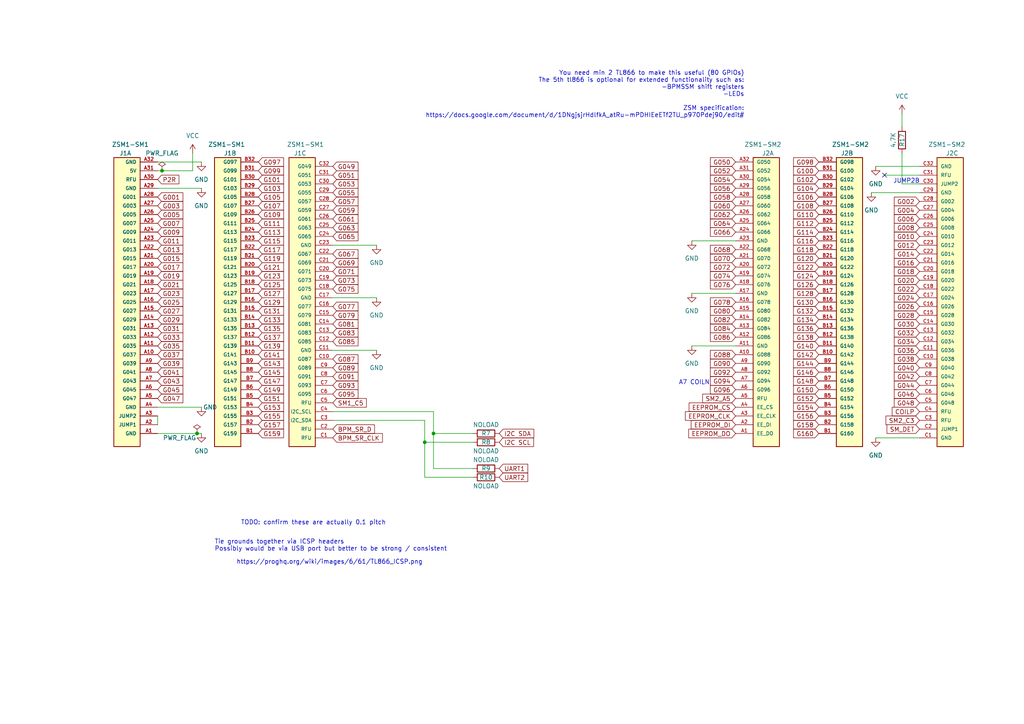
<source format=kicad_sch>
(kicad_sch (version 20211123) (generator eeschema)
  (paper "A4")
  (junction (at 83.82 292.1))
  (junction (at 121.92 240.03))
  (junction (at 120.65 312.42))
  (junction (at 231.14 267.97))
  (junction (at 113.03 242.57))
  (junction (at 46.99 49.53))
  (junction (at 149.86 229.87))
  (junction (at 123.19 128.27))
  (junction (at 220.98 229.87))
  (junction (at 124.46 312.42))
  (junction (at 91.44 304.8))
  (junction (at 125.73 125.73))
  (junction (at 57.15 125.73))
  (no_connect (at 215.9 252.73))
  (no_connect (at -71.12 106.68))
  (no_connect (at -71.12 109.22))
  (no_connect (at -71.12 114.3))
  (no_connect (at -71.12 116.84))
  (no_connect (at -71.12 119.38))
  (no_connect (at -68.58 62.23))
  (no_connect (at -68.58 49.53))
  (no_connect (at -68.58 52.07))
  (no_connect (at -68.58 57.15))
  (no_connect (at -68.58 59.69))
  (no_connect (at 369.57 57.15))
  (no_connect (at 369.57 59.69))
  (no_connect (at 369.57 64.77))
  (no_connect (at 369.57 69.85))
  (no_connect (at 369.57 67.31))
  (no_connect (at 195.58 280.67))
  (no_connect (at 215.9 240.03))
  (no_connect (at 215.9 237.49))
  (no_connect (at 215.9 242.57))
  (no_connect (at 215.9 227.33))
  (no_connect (at 372.11 129.54))
  (no_connect (at 372.11 132.08))
  (no_connect (at 372.11 127))
  (no_connect (at 372.11 121.92))
  (no_connect (at 372.11 119.38))
  (no_connect (at 198.12 280.67))
  (no_connect (at 200.66 280.67))
  (no_connect (at 215.9 247.65))
  (no_connect (at 256.54 50.8))
  (no_connect (at 215.9 234.95))
  (wire (pts (xy 45.72 120.65) (xy 45.72 123.19)))
  (wire (pts (xy 113.03 304.8) (xy 113.03 307.34)))
  (wire (pts (xy 137.16 125.73) (xy 125.73 125.73)))
  (wire (pts (xy 113.03 233.68) (xy 113.03 242.57)))
  (wire (pts (xy -71.12 111.76) (xy -64.77 111.76)))
  (wire (pts (xy 125.73 135.89) (xy 125.73 125.73)))
  (wire (pts (xy 213.36 85.09) (xy 200.66 85.09)))
  (wire (pts (xy 124.46 312.42) (xy 128.27 312.42)))
  (wire (pts (xy 83.82 289.56) (xy 83.82 292.1)))
  (wire (pts (xy 110.49 240.03) (xy 121.92 240.03)))
  (wire (pts (xy 96.52 86.36) (xy 109.22 86.36)))
  (wire (pts (xy 256.54 50.8) (xy 266.7 50.8)))
  (wire (pts (xy 215.9 260.35) (xy 220.98 260.35)))
  (wire (pts (xy 123.19 128.27) (xy 123.19 121.92)))
  (wire (pts (xy 96.52 71.12) (xy 109.22 71.12)))
  (wire (pts (xy 215.9 267.97) (xy 231.14 267.97)))
  (wire (pts (xy 124.46 312.42) (xy 124.46 314.96)))
  (wire (pts (xy 26.67 287.02) (xy 26.67 290.83)))
  (wire (pts (xy 254 127) (xy 266.7 127)))
  (wire (pts (xy 120.65 312.42) (xy 124.46 312.42)))
  (wire (pts (xy 46.99 49.53) (xy 55.88 49.53)))
  (wire (pts (xy 137.16 128.27) (xy 123.19 128.27)))
  (wire (pts (xy 91.44 292.1) (xy 91.44 293.37)))
  (wire (pts (xy 123.19 138.43) (xy 123.19 128.27)))
  (wire (pts (xy 215.9 229.87) (xy 220.98 229.87)))
  (wire (pts (xy 110.49 242.57) (xy 113.03 242.57)))
  (wire (pts (xy 83.82 292.1) (xy 83.82 299.72)))
  (wire (pts (xy 252.73 55.88) (xy 266.7 55.88)))
  (wire (pts (xy 137.16 138.43) (xy 123.19 138.43)))
  (wire (pts (xy 149.86 229.87) (xy 180.34 229.87)))
  (wire (pts (xy 96.52 101.6) (xy 109.22 101.6)))
  (wire (pts (xy 58.42 46.99) (xy 45.72 46.99)))
  (wire (pts (xy 120.65 300.99) (xy 99.06 300.99)))
  (wire (pts (xy 213.36 100.33) (xy 200.66 100.33)))
  (wire (pts (xy 96.52 119.38) (xy 125.73 119.38)))
  (wire (pts (xy 220.98 232.41) (xy 220.98 229.87)))
  (wire (pts (xy 57.15 125.73) (xy 45.72 125.73)))
  (wire (pts (xy 149.86 237.49) (xy 149.86 243.84)))
  (wire (pts (xy 213.36 69.85) (xy 200.66 69.85)))
  (wire (pts (xy 91.44 304.8) (xy 91.44 307.34)))
  (wire (pts (xy 121.92 240.03) (xy 180.34 240.03)))
  (wire (pts (xy 369.57 62.23) (xy 375.92 62.23)))
  (wire (pts (xy 99.06 300.99) (xy 99.06 312.42)))
  (wire (pts (xy 45.72 49.53) (xy 46.99 49.53)))
  (wire (pts (xy 83.82 309.88) (xy 77.47 309.88)))
  (wire (pts (xy 125.73 119.38) (xy 125.73 125.73)))
  (wire (pts (xy 261.62 53.34) (xy 261.62 44.45)))
  (wire (pts (xy 91.44 292.1) (xy 83.82 292.1)))
  (wire (pts (xy 254 48.26) (xy 266.7 48.26)))
  (wire (pts (xy 91.44 300.99) (xy 91.44 304.8)))
  (wire (pts (xy 261.62 33.02) (xy 261.62 36.83)))
  (wire (pts (xy 220.98 223.52) (xy 220.98 229.87)))
  (wire (pts (xy 113.03 242.57) (xy 180.34 242.57)))
  (wire (pts (xy 58.42 54.61) (xy 45.72 54.61)))
  (wire (pts (xy 215.9 250.19) (xy 220.98 250.19)))
  (wire (pts (xy 137.16 135.89) (xy 125.73 135.89)))
  (wire (pts (xy 83.82 284.48) (xy 83.82 287.02)))
  (wire (pts (xy 147.32 229.87) (xy 149.86 229.87)))
  (wire (pts (xy 121.92 233.68) (xy 121.92 240.03)))
  (wire (pts (xy 58.42 125.73) (xy 57.15 125.73)))
  (wire (pts (xy -68.58 54.61) (xy -62.23 54.61)))
  (wire (pts (xy 266.7 53.34) (xy 261.62 53.34)))
  (wire (pts (xy 215.9 255.27) (xy 220.98 255.27)))
  (wire (pts (xy 55.88 44.45) (xy 55.88 49.53)))
  (wire (pts (xy 215.9 262.89) (xy 220.98 262.89)))
  (wire (pts (xy 58.42 118.11) (xy 45.72 118.11)))
  (wire (pts (xy 123.19 121.92) (xy 96.52 121.92)))
  (wire (pts (xy 372.11 124.46) (xy 378.46 124.46)))
  (wire (pts (xy 120.65 312.42) (xy 120.65 300.99)))
  (wire (pts (xy 231.14 267.97) (xy 234.95 267.97)))
  (text "Following pins were connected on SM48D:\n-SM2.A12 (G033): G015\n-SM2.A10 (G037): G019\n-SM2.A09 (G039): G023\n-SM2.A08 (G041): G027\n\nProvide a way to test connections\nAdd a few extra in case more are used\nthat I don't know about" (at 273.05 241.3 0) (effects (font (size 1.27 1.27)) (justify left bottom)))
  (text "RFU: UART" (at 160.02 269.24 0) (effects (font (size 1.27 1.27)) (justify left bottom)))
  (text "3.3V to 5V level translation" (at 72.39 325.12 0) (effects (font (size 1.27 1.27)) (justify left bottom)))
  (text "Considered TL866 for misc GPIO,\nbut use RP2040 since easier to get and\nconsistent with zscn" (at 184.15 215.9 0) (effects (font (size 1.27 1.27)) (justify left bottom)))
  (text "Tie grounds together via ICSP headers\nPossibly would be via USB port but better to be strong / consistent" (at 62.23 160.02 0) (effects (font (size 1.27 1.27)) (justify left bottom)))
  (text "TODO: confirm these are actually 0.1 pitch" (at 69.85 152.4 0) (effects (font (size 1.27 1.27)) (justify left bottom)))
  (text "JUMP2B" (at 259.08 53.34 0) (effects (font (size 1.27 1.27)) (justify left bottom)))
  (text "A7 COILN" (at 196.85 111.76 0) (effects (font (size 1.27 1.27)) (justify left bottom)))
  (text "Give some flexibility for other voltage\nBridge / jumper if unused" (at 85.09 289.56 0) (effects (font (size 1.27 1.27)) (justify left bottom)))
  (text "SM48D relay control\nWhen COIL_EN is asserted, the SM will connect\nP2R to P2\n\nRight circuit drives relay COILP (SM2.C4)\nNote COILN on G043 (SM2.A7)\nAdd transistor here to make atomic, although\nwe could probably toggle through TL866" (at 39.37 271.78 0) (effects (font (size 1.27 1.27)) (justify left bottom)))
  (text "Signal fed into SM's relay\nWhen closed, connects to P2\nIntended for loopback testing?\n" (at 7.62 284.48 0) (effects (font (size 1.27 1.27)) (justify left bottom)))
  (text "Although we could just switch COILN,\ndon't apply power until we have a\ncompatible connection" (at 43.18 300.99 0) (effects (font (size 1.27 1.27)) (justify left bottom)))
  (text "https://proghq.org/wiki/images/6/61/TL866_ICSP.png" (at 68.58 163.83 0) (effects (font (size 1.27 1.27)) (justify left bottom)))
  (text "RFU: UART" (at 160.02 266.7 0) (effects (font (size 1.27 1.27)) (justify left bottom)))
  (text "You need min 2 TL866 to make this useful (80 GPIOs)\nThe 5th tl866 is optional for extended functionality such as:\n-BPMSSM shift registers\n-LEDs\n\nZSM specification:\nhttps://docs.google.com/document/d/1DNgjsjrHdlfkA_atRu-mPDHIEeETf2TU_p970Pdej90/edit#" (at 215.9 34.29 0) (effects (font (size 1.27 1.27)) (justify right bottom)))
  (global_label "G109" (shape input) (at 74.93 62.23 0) (property "Intersheet References" "${INTERSHEET_REFS}" (effects hide)))
  (global_label "G014" (shape input) (at 266.7 73.66 180) (property "Intersheet References" "${INTERSHEET_REFS}" (effects hide)))
  (global_label "G060" (shape input) (at 316.23 49.53 180) (property "Intersheet References" "${INTERSHEET_REFS}" (effects hide)))
  (global_label "G043_GPIO" (shape input) (at 180.34 260.35 180) (property "Intersheet References" "${INTERSHEET_REFS}" (effects hide)))
  (global_label "G083" (shape input) (at 96.52 96.52 0) (property "Intersheet References" "${INTERSHEET_REFS}" (effects hide)))
  (global_label "GND" (shape input) (at 215.9 232.41 0) (property "Intersheet References" "${INTERSHEET_REFS}" (effects hide)))
  (global_label "G052" (shape input) (at 213.36 49.53 180) (property "Intersheet References" "${INTERSHEET_REFS}" (effects hide)))
  (global_label "G039" (shape input) (at 45.72 105.41 0) (property "Intersheet References" "${INTERSHEET_REFS}" (effects hide)))
  (global_label "G043" (shape input) (at 113.03 304.8 180) (property "Intersheet References" "${INTERSHEET_REFS}" (effects hide)))
  (global_label "G002" (shape input) (at 266.7 58.42 180) (property "Intersheet References" "${INTERSHEET_REFS}" (effects hide)))
  (global_label "G143" (shape input) (at 74.93 105.41 0) (property "Intersheet References" "${INTERSHEET_REFS}" (effects hide)))
  (global_label "G074" (shape input) (at 339.09 67.31 0) (property "Intersheet References" "${INTERSHEET_REFS}" (effects hide)))
  (global_label "G016" (shape input) (at 266.7 76.2 180) (property "Intersheet References" "${INTERSHEET_REFS}" (effects hide)))
  (global_label "G013" (shape input) (at -45.72 39.37 180) (property "Intersheet References" "${INTERSHEET_REFS}" (effects hide)))
  (global_label "G134" (shape input) (at 339.09 127 0) (property "Intersheet References" "${INTERSHEET_REFS}" (effects hide)))
  (global_label "G105" (shape input) (at 74.93 57.15 0) (property "Intersheet References" "${INTERSHEET_REFS}" (effects hide)))
  (global_label "G104" (shape input) (at 339.09 106.68 0) (property "Intersheet References" "${INTERSHEET_REFS}" (effects hide)))
  (global_label "G007" (shape input) (at 45.72 64.77 0) (property "Intersheet References" "${INTERSHEET_REFS}" (effects hide)))
  (global_label "G102" (shape input) (at 237.49 52.07 180) (property "Intersheet References" "${INTERSHEET_REFS}" (effects hide)))
  (global_label "G139" (shape input) (at -22.86 129.54 0) (property "Intersheet References" "${INTERSHEET_REFS}" (effects hide)))
  (global_label "COILP" (shape input) (at 266.7 119.38 180) (property "Intersheet References" "${INTERSHEET_REFS}" (effects hide)))
  (global_label "G073" (shape input) (at -45.72 77.47 180) (property "Intersheet References" "${INTERSHEET_REFS}" (effects hide)))
  (global_label "G117" (shape input) (at 74.93 72.39 0) (property "Intersheet References" "${INTERSHEET_REFS}" (effects hide)))
  (global_label "G139" (shape input) (at 74.93 100.33 0) (property "Intersheet References" "${INTERSHEET_REFS}" (effects hide)))
  (global_label "LED2" (shape input) (at 215.9 273.05 0) (property "Intersheet References" "${INTERSHEET_REFS}" (effects hide)))
  (global_label "COIL_EN" (shape input) (at 128.27 312.42 0) (property "Intersheet References" "${INTERSHEET_REFS}" (effects hide)))
  (global_label "P2R" (shape input) (at 26.67 293.37 0) (property "Intersheet References" "${INTERSHEET_REFS}" (effects hide)))
  (global_label "G092" (shape input) (at 213.36 107.95 180) (property "Intersheet References" "${INTERSHEET_REFS}" (effects hide)))
  (global_label "G004" (shape input) (at 339.09 49.53 0) (property "Intersheet References" "${INTERSHEET_REFS}" (effects hide)))
  (global_label "G043" (shape input) (at -22.86 57.15 0) (property "Intersheet References" "${INTERSHEET_REFS}" (effects hide)))
  (global_label "UART1" (shape input) (at 180.34 265.43 180) (property "Intersheet References" "${INTERSHEET_REFS}" (effects hide)))
  (global_label "G076" (shape input) (at 339.09 69.85 0) (property "Intersheet References" "${INTERSHEET_REFS}" (effects hide)))
  (global_label "G033" (shape input) (at 45.72 97.79 0) (property "Intersheet References" "${INTERSHEET_REFS}" (effects hide)))
  (global_label "G118" (shape input) (at 237.49 72.39 180) (property "Intersheet References" "${INTERSHEET_REFS}" (effects hide)))
  (global_label "G085" (shape input) (at -45.72 96.52 180) (property "Intersheet References" "${INTERSHEET_REFS}" (effects hide)))
  (global_label "G114" (shape input) (at 316.23 114.3 180) (property "Intersheet References" "${INTERSHEET_REFS}" (effects hide)))
  (global_label "G077" (shape input) (at 96.52 88.9 0) (property "Intersheet References" "${INTERSHEET_REFS}" (effects hide)))
  (global_label "I2C SCL" (shape input) (at 144.78 128.27 0) (property "Intersheet References" "${INTERSHEET_REFS}" (effects hide)))
  (global_label "COIL_GPIO" (shape input) (at 26.67 287.02 180) (property "Intersheet References" "${INTERSHEET_REFS}" (effects hide)))
  (global_label "G130" (shape input) (at 237.49 87.63 180) (property "Intersheet References" "${INTERSHEET_REFS}" (effects hide)))
  (global_label "G047" (shape input) (at -22.86 59.69 0) (property "Intersheet References" "${INTERSHEET_REFS}" (effects hide)))
  (global_label "EEPROM_DI" (shape input) (at 213.36 123.19 180) (property "Intersheet References" "${INTERSHEET_REFS}" (effects hide)))
  (global_label "G088" (shape input) (at 213.36 102.87 180) (property "Intersheet References" "${INTERSHEET_REFS}" (effects hide)))
  (global_label "G037" (shape input) (at 292.1 252.73 0) (property "Intersheet References" "${INTERSHEET_REFS}" (effects hide)))
  (global_label "G154" (shape input) (at 237.49 118.11 180) (property "Intersheet References" "${INTERSHEET_REFS}" (effects hide)))
  (global_label "G087" (shape input) (at 96.52 104.14 0) (property "Intersheet References" "${INTERSHEET_REFS}" (effects hide)))
  (global_label "G088" (shape input) (at 339.09 134.62 0) (property "Intersheet References" "${INTERSHEET_REFS}" (effects hide)))
  (global_label "G130" (shape input) (at 316.23 124.46 180) (property "Intersheet References" "${INTERSHEET_REFS}" (effects hide)))
  (global_label "G118" (shape input) (at 316.23 116.84 180) (property "Intersheet References" "${INTERSHEET_REFS}" (effects hide)))
  (global_label "G076" (shape input) (at 213.36 82.55 180) (property "Intersheet References" "${INTERSHEET_REFS}" (effects hide)))
  (global_label "UART2" (shape input) (at 180.34 267.97 180) (property "Intersheet References" "${INTERSHEET_REFS}" (effects hide)))
  (global_label "G155" (shape input) (at -22.86 139.7 0) (property "Intersheet References" "${INTERSHEET_REFS}" (effects hide)))
  (global_label "G061" (shape input) (at 96.52 63.5 0) (property "Intersheet References" "${INTERSHEET_REFS}" (effects hide)))
  (global_label "G079" (shape input) (at 96.52 91.44 0) (property "Intersheet References" "${INTERSHEET_REFS}" (effects hide)))
  (global_label "G037_GPIO" (shape input) (at 284.48 252.73 180) (property "Intersheet References" "${INTERSHEET_REFS}" (effects hide)))
  (global_label "G034" (shape input) (at 316.23 82.55 180) (property "Intersheet References" "${INTERSHEET_REFS}" (effects hide)))
  (global_label "GND" (shape input) (at 215.9 245.11 0) (property "Intersheet References" "${INTERSHEET_REFS}" (effects hide)))
  (global_label "EEPROM_CLK" (shape input) (at 180.34 234.95 180) (property "Intersheet References" "${INTERSHEET_REFS}" (effects hide)))
  (global_label "G142" (shape input) (at 237.49 102.87 180) (property "Intersheet References" "${INTERSHEET_REFS}" (effects hide)))
  (global_label "G029" (shape input) (at 45.72 92.71 0) (property "Intersheet References" "${INTERSHEET_REFS}" (effects hide)))
  (global_label "GND" (shape input) (at 180.34 257.81 180) (property "Intersheet References" "${INTERSHEET_REFS}" (effects hide)))
  (global_label "SM1_C5" (shape input) (at 228.6 260.35 0) (property "Intersheet References" "${INTERSHEET_REFS}" (effects hide)))
  (global_label "SM2_A5" (shape input) (at 213.36 115.57 180) (property "Intersheet References" "${INTERSHEET_REFS}" (effects hide)))
  (global_label "G042" (shape input) (at 316.23 87.63 180) (property "Intersheet References" "${INTERSHEET_REFS}" (effects hide)))
  (global_label "G128" (shape input) (at 237.49 85.09 180) (property "Intersheet References" "${INTERSHEET_REFS}" (effects hide)))
  (global_label "G045" (shape input) (at 292.1 276.86 0) (property "Intersheet References" "${INTERSHEET_REFS}" (effects hide)))
  (global_label "G113" (shape input) (at -45.72 114.3 180) (property "Intersheet References" "${INTERSHEET_REFS}" (effects hide)))
  (global_label "G100" (shape input) (at 237.49 49.53 180) (property "Intersheet References" "${INTERSHEET_REFS}" (effects hide)))
  (global_label "G026" (shape input) (at 266.7 88.9 180) (property "Intersheet References" "${INTERSHEET_REFS}" (effects hide)))
  (global_label "G095" (shape input) (at 96.52 114.3 0) (property "Intersheet References" "${INTERSHEET_REFS}" (effects hide)))
  (global_label "G083" (shape input) (at -22.86 93.98 0) (property "Intersheet References" "${INTERSHEET_REFS}" (effects hide)))
  (global_label "G148" (shape input) (at 237.49 110.49 180) (property "Intersheet References" "${INTERSHEET_REFS}" (effects hide)))
  (global_label "G063" (shape input) (at 96.52 66.04 0) (property "Intersheet References" "${INTERSHEET_REFS}" (effects hide)))
  (global_label "G066" (shape input) (at 316.23 57.15 180) (property "Intersheet References" "${INTERSHEET_REFS}" (effects hide)))
  (global_label "G080" (shape input) (at 316.23 77.47 180) (property "Intersheet References" "${INTERSHEET_REFS}" (effects hide)))
  (global_label "G054" (shape input) (at 213.36 52.07 180) (property "Intersheet References" "${INTERSHEET_REFS}" (effects hide)))
  (global_label "G093" (shape input) (at -45.72 101.6 180) (property "Intersheet References" "${INTERSHEET_REFS}" (effects hide)))
  (global_label "G124" (shape input) (at 237.49 80.01 180) (property "Intersheet References" "${INTERSHEET_REFS}" (effects hide)))
  (global_label "G069" (shape input) (at 96.52 76.2 0) (property "Intersheet References" "${INTERSHEET_REFS}" (effects hide)))
  (global_label "G015" (shape input) (at -22.86 39.37 0) (property "Intersheet References" "${INTERSHEET_REFS}" (effects hide)))
  (global_label "G021" (shape input) (at -45.72 44.45 180) (property "Intersheet References" "${INTERSHEET_REFS}" (effects hide)))
  (global_label "G014" (shape input) (at 316.23 62.23 180) (property "Intersheet References" "${INTERSHEET_REFS}" (effects hide)))
  (global_label "G154" (shape input) (at 316.23 149.86 180) (property "Intersheet References" "${INTERSHEET_REFS}" (effects hide)))
  (global_label "G084" (shape input) (at 213.36 95.25 180) (property "Intersheet References" "${INTERSHEET_REFS}" (effects hide)))
  (global_label "G023" (shape input) (at 45.72 85.09 0) (property "Intersheet References" "${INTERSHEET_REFS}" (effects hide)))
  (global_label "I2C SDA" (shape input) (at 144.78 125.73 0) (property "Intersheet References" "${INTERSHEET_REFS}" (effects hide)))
  (global_label "G091" (shape input) (at 96.52 109.22 0) (property "Intersheet References" "${INTERSHEET_REFS}" (effects hide)))
  (global_label "G050" (shape input) (at 316.23 41.91 180) (property "Intersheet References" "${INTERSHEET_REFS}" (effects hide)))
  (global_label "G046" (shape input) (at 266.7 114.3 180) (property "Intersheet References" "${INTERSHEET_REFS}" (effects hide)))
  (global_label "G051" (shape input) (at 96.52 50.8 0) (property "Intersheet References" "${INTERSHEET_REFS}" (effects hide)))
  (global_label "G101" (shape input) (at 74.93 52.07 0) (property "Intersheet References" "${INTERSHEET_REFS}" (effects hide)))
  (global_label "EEPROM_CS" (shape input) (at 147.32 229.87 180) (property "Intersheet References" "${INTERSHEET_REFS}" (effects hide)))
  (global_label "G041" (shape input) (at 292.1 262.89 0) (property "Intersheet References" "${INTERSHEET_REFS}" (effects hide)))
  (global_label "G043" (shape input) (at 292.1 271.78 0) (property "Intersheet References" "${INTERSHEET_REFS}" (effects hide)))
  (global_label "G089" (shape input) (at 96.52 106.68 0) (property "Intersheet References" "${INTERSHEET_REFS}" (effects hide)))
  (global_label "G003" (shape input) (at 45.72 59.69 0) (property "Intersheet References" "${INTERSHEET_REFS}" (effects hide)))
  (global_label "G001" (shape input) (at 45.72 57.15 0) (property "Intersheet References" "${INTERSHEET_REFS}" (effects hide)))
  (global_label "G060" (shape input) (at 213.36 59.69 180) (property "Intersheet References" "${INTERSHEET_REFS}" (effects hide)))
  (global_label "G010" (shape input) (at 339.09 57.15 0) (property "Intersheet References" "${INTERSHEET_REFS}" (effects hide)))
  (global_label "G121" (shape input) (at -45.72 119.38 180) (property "Intersheet References" "${INTERSHEET_REFS}" (effects hide)))
  (global_label "G129" (shape input) (at -45.72 124.46 180) (property "Intersheet References" "${INTERSHEET_REFS}" (effects hide)))
  (global_label "G112" (shape input) (at 339.09 111.76 0) (property "Intersheet References" "${INTERSHEET_REFS}" (effects hide)))
  (global_label "UART2" (shape input) (at 144.78 138.43 0) (property "Intersheet References" "${INTERSHEET_REFS}" (effects hide)))
  (global_label "SM2_C3" (shape input) (at 228.6 250.19 0) (property "Intersheet References" "${INTERSHEET_REFS}" (effects hide)))
  (global_label "G123" (shape input) (at -22.86 119.38 0) (property "Intersheet References" "${INTERSHEET_REFS}" (effects hide)))
  (global_label "G085" (shape input) (at 96.52 99.06 0) (property "Intersheet References" "${INTERSHEET_REFS}" (effects hide)))
  (global_label "G068" (shape input) (at 339.09 59.69 0) (property "Intersheet References" "${INTERSHEET_REFS}" (effects hide)))
  (global_label "LED1" (shape input) (at 64.77 220.98 90) (property "Intersheet References" "${INTERSHEET_REFS}" (effects hide)))
  (global_label "SM_DET" (shape input) (at 266.7 124.46 180) (property "Intersheet References" "${INTERSHEET_REFS}" (effects hide)))
  (global_label "G064" (shape input) (at 213.36 64.77 180) (property "Intersheet References" "${INTERSHEET_REFS}" (effects hide)))
  (global_label "G140" (shape input) (at 237.49 100.33 180) (property "Intersheet References" "${INTERSHEET_REFS}" (effects hide)))
  (global_label "G039" (shape input) (at -22.86 54.61 0) (property "Intersheet References" "${INTERSHEET_REFS}" (effects hide)))
  (global_label "G119" (shape input) (at -22.86 116.84 0) (property "Intersheet References" "${INTERSHEET_REFS}" (effects hide)))
  (global_label "G061" (shape input) (at -45.72 69.85 180) (property "Intersheet References" "${INTERSHEET_REFS}" (effects hide)))
  (global_label "G042" (shape input) (at 266.7 109.22 180) (property "Intersheet References" "${INTERSHEET_REFS}" (effects hide)))
  (global_label "G015" (shape input) (at 45.72 74.93 0) (property "Intersheet References" "${INTERSHEET_REFS}" (effects hide)))
  (global_label "G091" (shape input) (at -22.86 99.06 0) (property "Intersheet References" "${INTERSHEET_REFS}" (effects hide)))
  (global_label "G094" (shape input) (at 339.09 142.24 0) (property "Intersheet References" "${INTERSHEET_REFS}" (effects hide)))
  (global_label "BPM_SR_CLK" (shape input) (at 96.52 127 0) (property "Intersheet References" "${INTERSHEET_REFS}" (effects hide)))
  (global_label "G045_GPIO" (shape input) (at 180.34 262.89 180) (property "Intersheet References" "${INTERSHEET_REFS}" (effects hide)))
  (global_label "G101" (shape input) (at -45.72 106.68 180) (property "Intersheet References" "${INTERSHEET_REFS}" (effects hide)))
  (global_label "G142" (shape input) (at 316.23 137.16 180) (property "Intersheet References" "${INTERSHEET_REFS}" (effects hide)))
  (global_label "G002" (shape input) (at 339.09 46.99 0) (property "Intersheet References" "${INTERSHEET_REFS}" (effects hide)))
  (global_label "G024" (shape input) (at 339.09 72.39 0) (property "Intersheet References" "${INTERSHEET_REFS}" (effects hide)))
  (global_label "G132" (shape input) (at 237.49 90.17 180) (property "Intersheet References" "${INTERSHEET_REFS}" (effects hide)))
  (global_label "G059" (shape input) (at 96.52 60.96 0) (property "Intersheet References" "${INTERSHEET_REFS}" (effects hide)))
  (global_label "G103" (shape input) (at 74.93 54.61 0) (property "Intersheet References" "${INTERSHEET_REFS}" (effects hide)))
  (global_label "I2C SDA" (shape input) (at 110.49 240.03 180) (property "Intersheet References" "${INTERSHEET_REFS}" (effects hide)))
  (global_label "G071" (shape input) (at -22.86 74.93 0) (property "Intersheet References" "${INTERSHEET_REFS}" (effects hide)))
  (global_label "G116" (shape input) (at 237.49 69.85 180) (property "Intersheet References" "${INTERSHEET_REFS}" (effects hide)))
  (global_label "G122" (shape input) (at 316.23 119.38 180) (property "Intersheet References" "${INTERSHEET_REFS}" (effects hide)))
  (global_label "G116" (shape input) (at 339.09 114.3 0) (property "Intersheet References" "${INTERSHEET_REFS}" (effects hide)))
  (global_label "G040" (shape input) (at 266.7 106.68 180) (property "Intersheet References" "${INTERSHEET_REFS}" (effects hide)))
  (global_label "G039" (shape input) (at 292.1 257.81 0) (property "Intersheet References" "${INTERSHEET_REFS}" (effects hide)))
  (global_label "+3V3" (shape input) (at 121.92 226.06 90) (property "Intersheet References" "${INTERSHEET_REFS}" (effects hide)))
  (global_label "G062" (shape input) (at 213.36 62.23 180) (property "Intersheet References" "${INTERSHEET_REFS}" (effects hide)))
  (global_label "G147" (shape input) (at -22.86 134.62 0) (property "Intersheet References" "${INTERSHEET_REFS}" (effects hide)))
  (global_label "G098" (shape input) (at 316.23 104.14 180) (property "Intersheet References" "${INTERSHEET_REFS}" (effects hide)))
  (global_label "G129" (shape input) (at 74.93 87.63 0) (property "Intersheet References" "${INTERSHEET_REFS}" (effects hide)))
  (global_label "G128" (shape input) (at 339.09 121.92 0) (property "Intersheet References" "${INTERSHEET_REFS}" (effects hide)))
  (global_label "G003" (shape input) (at -22.86 31.75 0) (property "Intersheet References" "${INTERSHEET_REFS}" (effects hide)))
  (global_label "SM1_C5" (shape input) (at 96.52 116.84 0) (property "Intersheet References" "${INTERSHEET_REFS}" (effects hide)))
  (global_label "G009" (shape input) (at -45.72 36.83 180) (property "Intersheet References" "${INTERSHEET_REFS}" (effects hide)))
  (global_label "G100" (shape input) (at 339.09 104.14 0) (property "Intersheet References" "${INTERSHEET_REFS}" (effects hide)))
  (global_label "G072" (shape input) (at 213.36 77.47 180) (property "Intersheet References" "${INTERSHEET_REFS}" (effects hide)))
  (global_label "G068" (shape input) (at 213.36 72.39 180) (property "Intersheet References" "${INTERSHEET_REFS}" (effects hide)))
  (global_label "G125" (shape input) (at -45.72 121.92 180) (property "Intersheet References" "${INTERSHEET_REFS}" (effects hide)))
  (global_label "G131" (shape input) (at -22.86 124.46 0) (property "Intersheet References" "${INTERSHEET_REFS}" (effects hide)))
  (global_label "G110" (shape input) (at 237.49 62.23 180) (property "Intersheet References" "${INTERSHEET_REFS}" (effects hide)))
  (global_label "G099" (shape input) (at 74.93 49.53 0) (property "Intersheet References" "${INTERSHEET_REFS}" (effects hide)))
  (global_label "G086" (shape input) (at 316.23 132.08 180) (property "Intersheet References" "${INTERSHEET_REFS}" (effects hide)))
  (global_label "G018" (shape input) (at 316.23 67.31 180) (property "Intersheet References" "${INTERSHEET_REFS}" (effects hide)))
  (global_label "G041_GPIO" (shape input) (at 284.48 262.89 180) (property "Intersheet References" "${INTERSHEET_REFS}" (effects hide)))
  (global_label "SM2_A5" (shape input) (at 228.6 255.27 0) (property "Intersheet References" "${INTERSHEET_REFS}" (effects hide)))
  (global_label "G044" (shape input) (at 339.09 87.63 0) (property "Intersheet References" "${INTERSHEET_REFS}" (effects hide)))
  (global_label "G020" (shape input) (at 316.23 69.85 180) (property "Intersheet References" "${INTERSHEET_REFS}" (effects hide)))
  (global_label "G153" (shape input) (at 74.93 118.11 0) (property "Intersheet References" "${INTERSHEET_REFS}" (effects hide)))
  (global_label "G145" (shape input) (at 74.93 107.95 0) (property "Intersheet References" "${INTERSHEET_REFS}" (effects hide)))
  (global_label "G090" (shape input) (at 213.36 105.41 180) (property "Intersheet References" "${INTERSHEET_REFS}" (effects hide)))
  (global_label "G045_GPIO" (shape input) (at 284.48 276.86 180) (property "Intersheet References" "${INTERSHEET_REFS}" (effects hide)))
  (global_label "G160" (shape input) (at 339.09 152.4 0) (property "Intersheet References" "${INTERSHEET_REFS}" (effects hide)))
  (global_label "G044" (shape input) (at 266.7 111.76 180) (property "Intersheet References" "${INTERSHEET_REFS}" (effects hide)))
  (global_label "G033" (shape input) (at 292.1 247.65 0) (property "Intersheet References" "${INTERSHEET_REFS}" (effects hide)))
  (global_label "G077" (shape input) (at -45.72 80.01 180) (property "Intersheet References" "${INTERSHEET_REFS}" (effects hide)))
  (global_label "G089" (shape input) (at -45.72 99.06 180) (property "Intersheet References" "${INTERSHEET_REFS}" (effects hide)))
  (global_label "G018" (shape input) (at 266.7 78.74 180) (property "Intersheet References" "${INTERSHEET_REFS}" (effects hide)))
  (global_label "COILP" (shape input) (at 77.47 309.88 180) (property "Intersheet References" "${INTERSHEET_REFS}" (effects hide)))
  (global_label "SM_DET" (shape input) (at 234.95 267.97 0) (property "Intersheet References" "${INTERSHEET_REFS}" (effects hide)))
  (global_label "G027" (shape input) (at 45.72 90.17 0) (property "Intersheet References" "${INTERSHEET_REFS}" (effects hide)))
  (global_label "G041" (shape input) (at 45.72 107.95 0) (property "Intersheet References" "${INTERSHEET_REFS}" (effects hide)))
  (global_label "G043_GPIO" (shape input) (at 284.48 271.78 180) (property "Intersheet References" "${INTERSHEET_REFS}" (effects hide)))
  (global_label "G032" (shape input) (at 266.7 96.52 180) (property "Intersheet References" "${INTERSHEET_REFS}" (effects hide)))
  (global_label "G112" (shape input) (at 237.49 64.77 180) (property "Intersheet References" "${INTERSHEET_REFS}" (effects hide)))
  (global_label "G064" (shape input) (at 316.23 54.61 180) (property "Intersheet References" "${INTERSHEET_REFS}" (effects hide)))
  (global_label "EEPROM_CLK" (shape input) (at 213.36 120.65 180) (property "Intersheet References" "${INTERSHEET_REFS}" (effects hide)))
  (global_label "LED2" (shape input) (at 78.74 220.98 90) (property "Intersheet References" "${INTERSHEET_REFS}" (effects hide)))
  (global_label "G080" (shape input) (at 213.36 90.17 180) (property "Intersheet References" "${INTERSHEET_REFS}" (effects hide)))
  (global_label "G054" (shape input) (at 316.23 44.45 180) (property "Intersheet References" "${INTERSHEET_REFS}" (effects hide)))
  (global_label "G097" (shape input) (at 74.93 46.99 0) (property "Intersheet References" "${INTERSHEET_REFS}" (effects hide)))
  (global_label "G106" (shape input) (at 316.23 109.22 180) (property "Intersheet References" "${INTERSHEET_REFS}" (effects hide)))
  (global_label "G093" (shape input) (at 96.52 111.76 0) (property "Intersheet References" "${INTERSHEET_REFS}" (effects hide)))
  (global_label "G048" (shape input) (at 266.7 116.84 180) (property "Intersheet References" "${INTERSHEET_REFS}" (effects hide)))
  (global_label "G006" (shape input) (at 339.09 52.07 0) (property "Intersheet References" "${INTERSHEET_REFS}" (effects hide)))
  (global_label "G137" (shape input) (at -45.72 129.54 180) (property "Intersheet References" "${INTERSHEET_REFS}" (effects hide)))
  (global_label "G013" (shape input) (at 45.72 72.39 0) (property "Intersheet References" "${INTERSHEET_REFS}" (effects hide)))
  (global_label "G038" (shape input) (at 266.7 104.14 180) (property "Intersheet References" "${INTERSHEET_REFS}" (effects hide)))
  (global_label "G146" (shape input) (at 237.49 107.95 180) (property "Intersheet References" "${INTERSHEET_REFS}" (effects hide)))
  (global_label "G010" (shape input) (at 266.7 68.58 180) (property "Intersheet References" "${INTERSHEET_REFS}" (effects hide)))
  (global_label "G096" (shape input) (at 213.36 113.03 180) (property "Intersheet References" "${INTERSHEET_REFS}" (effects hide)))
  (global_label "G104" (shape input) (at 237.49 54.61 180) (property "Intersheet References" "${INTERSHEET_REFS}" (effects hide)))
  (global_label "G152" (shape input) (at 237.49 115.57 180) (property "Intersheet References" "${INTERSHEET_REFS}" (effects hide)))
  (global_label "G053" (shape input) (at 96.52 53.34 0) (property "Intersheet References" "${INTERSHEET_REFS}" (effects hide)))
  (global_label "G124" (shape input) (at 339.09 119.38 0) (property "Intersheet References" "${INTERSHEET_REFS}" (effects hide)))
  (global_label "G067" (shape input) (at 96.52 73.66 0) (property "Intersheet References" "${INTERSHEET_REFS}" (effects hide)))
  (global_label "G150" (shape input) (at 316.23 147.32 180) (property "Intersheet References" "${INTERSHEET_REFS}" (effects hide)))
  (global_label "G114" (shape input) (at 237.49 67.31 180) (property "Intersheet References" "${INTERSHEET_REFS}" (effects hide)))
  (global_label "G070" (shape input) (at 339.09 62.23 0) (property "Intersheet References" "${INTERSHEET_REFS}" (effects hide)))
  (global_label "G006" (shape input) (at 266.7 63.5 180) (property "Intersheet References" "${INTERSHEET_REFS}" (effects hide)))
  (global_label "G144" (shape input) (at 237.49 105.41 180) (property "Intersheet References" "${INTERSHEET_REFS}" (effects hide)))
  (global_label "G149" (shape input) (at 74.93 113.03 0) (property "Intersheet References" "${INTERSHEET_REFS}" (effects hide)))
  (global_label "G097" (shape input) (at -45.72 104.14 180) (property "Intersheet References" "${INTERSHEET_REFS}" (effects hide)))
  (global_label "G069" (shape input) (at -45.72 74.93 180) (property "Intersheet References" "${INTERSHEET_REFS}" (effects hide)))
  (global_label "G119" (shape input) (at 74.93 74.93 0) (property "Intersheet References" "${INTERSHEET_REFS}" (effects hide)))
  (global_label "G149" (shape input) (at -45.72 137.16 180) (property "Intersheet References" "${INTERSHEET_REFS}" (effects hide)))
  (global_label "GND" (shape input) (at 180.34 270.51 180) (property "Intersheet References" "${INTERSHEET_REFS}" (effects hide)))
  (global_label "G037_GPIO" (shape input) (at 180.34 250.19 180) (property "Intersheet References" "${INTERSHEET_REFS}" (effects hide)))
  (global_label "G033_GPIO" (shape input) (at 180.34 247.65 180) (property "Intersheet References" "${INTERSHEET_REFS}" (effects hide)))
  (global_label "G120" (shape input) (at 339.09 116.84 0) (property "Intersheet References" "${INTERSHEET_REFS}" (effects hide)))
  (global_label "G136" (shape input) (at 339.09 129.54 0) (property "Intersheet References" "${INTERSHEET_REFS}" (effects hide)))
  (global_label "G141" (shape input) (at 74.93 102.87 0) (property "Intersheet References" "${INTERSHEET_REFS}" (effects hide)))
  (global_label "G019" (shape input) (at 45.72 80.01 0) (property "Intersheet References" "${INTERSHEET_REFS}" (effects hide)))
  (global_label "G023" (shape input) (at -22.86 44.45 0) (property "Intersheet References" "${INTERSHEET_REFS}" (effects hide)))
  (global_label "G008" (shape input) (at 339.09 54.61 0) (property "Intersheet References" "${INTERSHEET_REFS}" (effects hide)))
  (global_label "G138" (shape input) (at 339.09 132.08 0) (property "Intersheet References" "${INTERSHEET_REFS}" (effects hide)))
  (global_label "G028" (shape input) (at 339.09 77.47 0) (property "Intersheet References" "${INTERSHEET_REFS}" (effects hide)))
  (global_label "G070" (shape input) (at 213.36 74.93 180) (property "Intersheet References" "${INTERSHEET_REFS}" (effects hide)))
  (global_label "G007" (shape input) (at -22.86 34.29 0) (property "Intersheet References" "${INTERSHEET_REFS}" (effects hide)))
  (global_label "G062" (shape input) (at 316.23 52.07 180) (property "Intersheet References" "${INTERSHEET_REFS}" (effects hide)))
  (global_label "G121" (shape input) (at 74.93 77.47 0) (property "Intersheet References" "${INTERSHEET_REFS}" (effects hide)))
  (global_label "G001" (shape input) (at -45.72 31.75 180) (property "Intersheet References" "${INTERSHEET_REFS}" (effects hide)))
  (global_label "G029" (shape input) (at -45.72 49.53 180) (property "Intersheet References" "${INTERSHEET_REFS}" (effects hide)))
  (global_label "G143" (shape input) (at -22.86 132.08 0) (property "Intersheet References" "${INTERSHEET_REFS}" (effects hide)))
  (global_label "G016" (shape input) (at 316.23 64.77 180) (property "Intersheet References" "${INTERSHEET_REFS}" (effects hide)))
  (global_label "G024" (shape input) (at 266.7 86.36 180) (property "Intersheet References" "${INTERSHEET_REFS}" (effects hide)))
  (global_label "G146" (shape input) (at 316.23 142.24 180) (property "Intersheet References" "${INTERSHEET_REFS}" (effects hide)))
  (global_label "+3V3" (shape input) (at 113.03 226.06 90) (property "Intersheet References" "${INTERSHEET_REFS}" (effects hide)))
  (global_label "G086" (shape input) (at 213.36 97.79 180) (property "Intersheet References" "${INTERSHEET_REFS}" (effects hide)))
  (global_label "G109" (shape input) (at -45.72 111.76 180) (property "Intersheet References" "${INTERSHEET_REFS}" (effects hide)))
  (global_label "G005" (shape input) (at 45.72 62.23 0) (property "Intersheet References" "${INTERSHEET_REFS}" (effects hide)))
  (global_label "G012" (shape input) (at 316.23 59.69 180) (property "Intersheet References" "${INTERSHEET_REFS}" (effects hide)))
  (global_label "G049" (shape input) (at 96.52 48.26 0) (property "Intersheet References" "${INTERSHEET_REFS}" (effects hide)))
  (global_label "G039_GPIO" (shape input) (at 180.34 252.73 180) (property "Intersheet References" "${INTERSHEET_REFS}" (effects hide)))
  (global_label "G107" (shape input) (at 74.93 59.69 0) (property "Intersheet References" "${INTERSHEET_REFS}" (effects hide)))
  (global_label "G011" (shape input) (at 45.72 69.85 0) (property "Intersheet References" "${INTERSHEET_REFS}" (effects hide)))
  (global_label "G126" (shape input) (at 316.23 121.92 180) (property "Intersheet References" "${INTERSHEET_REFS}" (effects hide)))
  (global_label "G107" (shape input) (at -22.86 109.22 0) (property "Intersheet References" "${INTERSHEET_REFS}" (effects hide)))
  (global_label "G133" (shape input) (at -45.72 127 180) (property "Intersheet References" "${INTERSHEET_REFS}" (effects hide)))
  (global_label "G140" (shape input) (at 316.23 134.62 180) (property "Intersheet References" "${INTERSHEET_REFS}" (effects hide)))
  (global_label "G025" (shape input) (at -45.72 46.99 180) (property "Intersheet References" "${INTERSHEET_REFS}" (effects hide)))
  (global_label "G035" (shape input) (at 45.72 100.33 0) (property "Intersheet References" "${INTERSHEET_REFS}" (effects hide)))
  (global_label "G148" (shape input) (at 316.23 144.78 180) (property "Intersheet References" "${INTERSHEET_REFS}" (effects hide)))
  (global_label "G151" (shape input) (at 74.93 115.57 0) (property "Intersheet References" "${INTERSHEET_REFS}" (effects hide)))
  (global_label "G046" (shape input) (at 316.23 90.17 180) (property "Intersheet References" "${INTERSHEET_REFS}" (effects hide)))
  (global_label "SM2_C3" (shape input) (at 266.7 121.92 180) (property "Intersheet References" "${INTERSHEET_REFS}" (effects hide)))
  (global_label "G158" (shape input) (at 237.49 123.19 180) (property "Intersheet References" "${INTERSHEET_REFS}" (effects hide)))
  (global_label "G127" (shape input) (at -22.86 121.92 0) (property "Intersheet References" "${INTERSHEET_REFS}" (effects hide)))
  (global_label "G053" (shape input) (at -45.72 64.77 180) (property "Intersheet References" "${INTERSHEET_REFS}" (effects hide)))
  (global_label "G075" (shape input) (at -22.86 77.47 0) (property "Intersheet References" "${INTERSHEET_REFS}" (effects hide)))
  (global_label "G120" (shape input) (at 237.49 74.93 180) (property "Intersheet References" "${INTERSHEET_REFS}" (effects hide)))
  (global_label "G036" (shape input) (at 339.09 82.55 0) (property "Intersheet References" "${INTERSHEET_REFS}" (effects hide)))
  (global_label "G125" (shape input) (at 74.93 82.55 0) (property "Intersheet References" "${INTERSHEET_REFS}" (effects hide)))
  (global_label "G074" (shape input) (at 213.36 80.01 180) (property "Intersheet References" "${INTERSHEET_REFS}" (effects hide)))
  (global_label "G092" (shape input) (at 339.09 139.7 0) (property "Intersheet References" "${INTERSHEET_REFS}" (effects hide)))
  (global_label "G084" (shape input) (at 316.23 129.54 180) (property "Intersheet References" "${INTERSHEET_REFS}" (effects hide)))
  (global_label "G081" (shape input) (at 96.52 93.98 0) (property "Intersheet References" "${INTERSHEET_REFS}" (effects hide)))
  (global_label "G132" (shape input) (at 339.09 124.46 0) (property "Intersheet References" "${INTERSHEET_REFS}" (effects hide)))
  (global_label "G078" (shape input) (at 316.23 74.93 180) (property "Intersheet References" "${INTERSHEET_REFS}" (effects hide)))
  (global_label "G048" (shape input) (at 339.09 90.17 0) (property "Intersheet References" "${INTERSHEET_REFS}" (effects hide)))
  (global_label "G111" (shape input) (at -22.86 111.76 0) (property "Intersheet References" "${INTERSHEET_REFS}" (effects hide)))
  (global_label "BPM_SR_CLK" (shape input) (at 180.34 275.59 180) (property "Intersheet References" "${INTERSHEET_REFS}" (effects hide)))
  (global_label "G040" (shape input) (at 339.09 85.09 0) (property "Intersheet References" "${INTERSHEET_REFS}" (effects hide)))
  (global_label "BPM_SR_D" (shape input) (at 96.52 124.46 0) (property "Intersheet References" "${INTERSHEET_REFS}" (effects hide)))
  (global_label "G026" (shape input) (at 339.09 74.93 0) (property "Intersheet References" "${INTERSHEET_REFS}" (effects hide)))
  (global_label "G156" (shape input) (at 237.49 120.65 180) (property "Intersheet References" "${INTERSHEET_REFS}" (effects hide)))
  (global_label "COIL_GPIO" (shape input) (at 215.9 262.89 0) (property "Intersheet References" "${INTERSHEET_REFS}" (effects hide)))
  (global_label "G004" (shape input) (at 266.7 60.96 180) (property "Intersheet References" "${INTERSHEET_REFS}" (effects hide)))
  (global_label "G071" (shape input) (at 96.52 78.74 0) (property "Intersheet References" "${INTERSHEET_REFS}" (effects hide)))
  (global_label "G110" (shape input) (at 316.23 111.76 180) (property "Intersheet References" "${INTERSHEET_REFS}" (effects hide)))
  (global_label "G034" (shape input) (at 266.7 99.06 180) (property "Intersheet References" "${INTERSHEET_REFS}" (effects hide)))
  (global_label "G030" (shape input) (at 316.23 80.01 180) (property "Intersheet References" "${INTERSHEET_REFS}" (effects hide)))
  (global_label "G087" (shape input) (at -22.86 96.52 0) (property "Intersheet References" "${INTERSHEET_REFS}" (effects hide)))
  (global_label "G056" (shape input) (at 213.36 54.61 180) (property "Intersheet References" "${INTERSHEET_REFS}" (effects hide)))
  (global_label "G045" (shape input) (at -45.72 59.69 180) (property "Intersheet References" "${INTERSHEET_REFS}" (effects hide)))
  (global_label "G098" (shape input) (at 237.49 46.99 180) (property "Intersheet References" "${INTERSHEET_REFS}" (effects hide)))
  (global_label "G017" (shape input) (at 45.72 77.47 0) (property "Intersheet References" "${INTERSHEET_REFS}" (effects hide)))
  (global_label "G082" (shape input) (at 213.36 92.71 180) (property "Intersheet References" "${INTERSHEET_REFS}" (effects hide)))
  (global_label "I2C SCL" (shape input) (at 110.49 242.57 180) (property "Intersheet References" "${INTERSHEET_REFS}" (effects hide)))
  (global_label "GND" (shape input) (at 215.9 270.51 0) (property "Intersheet References" "${INTERSHEET_REFS}" (effects hide)))
  (global_label "G099" (shape input) (at -22.86 104.14 0) (property "Intersheet References" "${INTERSHEET_REFS}" (effects hide)))
  (global_label "G155" (shape input) (at 74.93 120.65 0) (property "Intersheet References" "${INTERSHEET_REFS}" (effects hide)))
  (global_label "G012" (shape input) (at 266.7 71.12 180) (property "Intersheet References" "${INTERSHEET_REFS}" (effects hide)))
  (global_label "G150" (shape input) (at 237.49 113.03 180) (property "Intersheet References" "${INTERSHEET_REFS}" (effects hide)))
  (global_label "G059" (shape input) (at -22.86 67.31 0) (property "Intersheet References" "${INTERSHEET_REFS}" (effects hide)))
  (global_label "G094" (shape input) (at 213.36 110.49 180) (property "Intersheet References" "${INTERSHEET_REFS}" (effects hide)))
  (global_label "G009" (shape input) (at 45.72 67.31 0) (property "Intersheet References" "${INTERSHEET_REFS}" (effects hide)))
  (global_label "G036" (shape input) (at 266.7 101.6 180) (property "Intersheet References" "${INTERSHEET_REFS}" (effects hide)))
  (global_label "G056" (shape input) (at 339.09 44.45 0) (property "Intersheet References" "${INTERSHEET_REFS}" (effects hide)))
  (global_label "G117" (shape input) (at -45.72 116.84 180) (property "Intersheet References" "${INTERSHEET_REFS}" (effects hide)))
  (global_label "G028" (shape input) (at 266.7 91.44 180) (property "Intersheet References" "${INTERSHEET_REFS}" (effects hide)))
  (global_label "G102" (shape input) (at 316.23 106.68 180) (property "Intersheet References" "${INTERSHEET_REFS}" (effects hide)))
  (global_label "G133" (shape input) (at 74.93 92.71 0) (property "Intersheet References" "${INTERSHEET_REFS}" (effects hide)))
  (global_label "P2R" (shape input) (at 45.72 52.07 0) (property "Intersheet References" "${INTERSHEET_REFS}" (effects hide)))
  (global_label "G052" (shape input) (at 339.09 41.91 0) (property "Intersheet References" "${INTERSHEET_REFS}" (effects hide)))
  (global_label "G152" (shape input) (at 339.09 147.32 0) (property "Intersheet References" "${INTERSHEET_REFS}" (effects hide)))
  (global_label "GND" (shape input) (at 180.34 245.11 180) (property "Intersheet References" "${INTERSHEET_REFS}" (effects hide)))
  (global_label "G073" (shape input) (at 96.52 81.28 0) (property "Intersheet References" "${INTERSHEET_REFS}" (effects hide)))
  (global_label "EEPROM_DO" (shape input) (at 180.34 227.33 180) (property "Intersheet References" "${INTERSHEET_REFS}" (effects hide)))
  (global_label "G147" (shape input) (at 74.93 110.49 0) (property "Intersheet References" "${INTERSHEET_REFS}" (effects hide)))
  (global_label "G063" (shape input) (at -22.86 69.85 0) (property "Intersheet References" "${INTERSHEET_REFS}" (effects hide)))
  (global_label "G022" (shape input) (at 266.7 83.82 180) (property "Intersheet References" "${INTERSHEET_REFS}" (effects hide)))
  (global_label "G019" (shape input) (at -22.86 41.91 0) (property "Intersheet References" "${INTERSHEET_REFS}" (effects hide)))
  (global_label "G141" (shape input) (at -45.72 132.08 180) (property "Intersheet References" "${INTERSHEET_REFS}" (effects hide)))
  (global_label "EEPROM_DI" (shape input) (at 180.34 237.49 180) (property "Intersheet References" "${INTERSHEET_REFS}" (effects hide)))
  (global_label "G115" (shape input) (at -22.86 114.3 0) (property "Intersheet References" "${INTERSHEET_REFS}" (effects hide)))
  (global_label "G037" (shape input) (at -45.72 54.61 180) (property "Intersheet References" "${INTERSHEET_REFS}" (effects hide)))
  (global_label "G090" (shape input) (at 339.09 137.16 0) (property "Intersheet References" "${INTERSHEET_REFS}" (effects hide)))
  (global_label "G135" (shape input) (at -22.86 127 0) (property "Intersheet References" "${INTERSHEET_REFS}" (effects hide)))
  (global_label "G047" (shape input) (at 45.72 115.57 0) (property "Intersheet References" "${INTERSHEET_REFS}" (effects hide)))
  (global_label "G081" (shape input) (at -45.72 93.98 180) (property "Intersheet References" "${INTERSHEET_REFS}" (effects hide)))
  (global_label "G158" (shape input) (at 316.23 152.4 180) (property "Intersheet References" "${INTERSHEET_REFS}" (effects hide)))
  (global_label "G153" (shape input) (at -45.72 139.7 180) (property "Intersheet References" "${INTERSHEET_REFS}" (effects hide)))
  (global_label "G159" (shape input) (at -22.86 142.24 0) (property "Intersheet References" "${INTERSHEET_REFS}" (effects hide)))
  (global_label "G055" (shape input) (at 96.52 55.88 0) (property "Intersheet References" "${INTERSHEET_REFS}" (effects hide)))
  (global_label "G005" (shape input) (at -45.72 34.29 180) (property "Intersheet References" "${INTERSHEET_REFS}" (effects hide)))
  (global_label "G039_GPIO" (shape input) (at 284.48 257.81 180) (property "Intersheet References" "${INTERSHEET_REFS}" (effects hide)))
  (global_label "G123" (shape input) (at 74.93 80.01 0) (property "Intersheet References" "${INTERSHEET_REFS}" (effects hide)))
  (global_label "G049" (shape input) (at -45.72 62.23 180) (property "Intersheet References" "${INTERSHEET_REFS}" (effects hide)))
  (global_label "G037" (shape input) (at 45.72 102.87 0) (property "Intersheet References" "${INTERSHEET_REFS}" (effects hide)))
  (global_label "G008" (shape input) (at 266.7 66.04 180) (property "Intersheet References" "${INTERSHEET_REFS}" (effects hide)))
  (global_label "G108" (shape input) (at 237.49 59.69 180) (property "Intersheet References" "${INTERSHEET_REFS}" (effects hide)))
  (global_label "G031" (shape input) (at -22.86 49.53 0) (property "Intersheet References" "${INTERSHEET_REFS}" (effects hide)))
  (global_label "G041" (shape input) (at -45.72 57.15 180) (property "Intersheet References" "${INTERSHEET_REFS}" (effects hide)))
  (global_label "G067" (shape input) (at -22.86 72.39 0) (property "Intersheet References" "${INTERSHEET_REFS}" (effects hide)))
  (global_label "G075" (shape input) (at 96.52 83.82 0) (property "Intersheet References" "${INTERSHEET_REFS}" (effects hide)))
  (global_label "G159" (shape input) (at 74.93 125.73 0) (property "Intersheet References" "${INTERSHEET_REFS}" (effects hide)))
  (global_label "G113" (shape input) (at 74.93 67.31 0) (property "Intersheet References" "${INTERSHEET_REFS}" (effects hide)))
  (global_label "G033" (shape input) (at -45.72 52.07 180) (property "Intersheet References" "${INTERSHEET_REFS}" (effects hide)))
  (global_label "G136" (shape input) (at 237.49 95.25 180) (property "Intersheet References" "${INTERSHEET_REFS}" (effects hide)))
  (global_label "G151" (shape input) (at -22.86 137.16 0) (property "Intersheet References" "${INTERSHEET_REFS}" (effects hide)))
  (global_label "G160" (shape input) (at 237.49 125.73 180) (property "Intersheet References" "${INTERSHEET_REFS}" (effects hide)))
  (global_label "G157" (shape input) (at -45.72 142.24 180) (property "Intersheet References" "${INTERSHEET_REFS}" (effects hide)))
  (global_label "G020" (shape input) (at 266.7 81.28 180) (property "Intersheet References" "${INTERSHEET_REFS}" (effects hide)))
  (global_label "G058" (shape input) (at 316.23 46.99 180) (property "Intersheet References" "${INTERSHEET_REFS}" (effects hide)))
  (global_label "G043" (shape input) (at 45.72 110.49 0) (property "Intersheet References" "${INTERSHEET_REFS}" (effects hide)))
  (global_label "UART1" (shape input) (at 144.78 135.89 0) (property "Intersheet References" "${INTERSHEET_REFS}" (effects hide)))
  (global_label "G106" (shape input) (at 237.49 57.15 180) (property "Intersheet References" "${INTERSHEET_REFS}" (effects hide)))
  (global_label "G115" (shape input) (at 74.93 69.85 0) (property "Intersheet References" "${INTERSHEET_REFS}" (effects hide)))
  (global_label "G038" (shape input) (at 316.23 85.09 180) (property "Intersheet References" "${INTERSHEET_REFS}" (effects hide)))
  (global_label "G031" (shape input) (at 45.72 95.25 0) (property "Intersheet References" "${INTERSHEET_REFS}" (effects hide)))
  (global_label "G126" (shape input) (at 237.49 82.55 180) (property "Intersheet References" "${INTERSHEET_REFS}" (effects hide)))
  (global_label "G137" (shape input) (at 74.93 97.79 0) (property "Intersheet References" "${INTERSHEET_REFS}" (effects hide)))
  (global_label "G032" (shape input) (at 339.09 80.01 0) (property "Intersheet References" "${INTERSHEET_REFS}" (effects hide)))
  (global_label "G134" (shape input) (at 237.49 92.71 180) (property "Intersheet References" "${INTERSHEET_REFS}" (effects hide)))
  (global_label "G017" (shape input) (at -45.72 41.91 180) (property "Intersheet References" "${INTERSHEET_REFS}" (effects hide)))
  (global_label "G030" (shape input) (at 266.7 93.98 180) (property "Intersheet References" "${INTERSHEET_REFS}" (effects hide)))
  (global_label "G057" (shape input) (at 96.52 58.42 0) (property "Intersheet References" "${INTERSHEET_REFS}" (effects hide)))
  (global_label "G058" (shape input) (at 213.36 57.15 180) (property "Intersheet References" "${INTERSHEET_REFS}" (effects hide)))
  (global_label "G131" (shape input) (at 74.93 90.17 0) (property "Intersheet References" "${INTERSHEET_REFS}" (effects hide)))
  (global_label "GND" (shape input) (at 215.9 257.81 0) (property "Intersheet References" "${INTERSHEET_REFS}" (effects hide)))
  (global_label "G145" (shape input) (at -45.72 134.62 180) (property "Intersheet References" "${INTERSHEET_REFS}" (effects hide)))
  (global_label "G045" (shape input) (at 45.72 113.03 0) (property "Intersheet References" "${INTERSHEET_REFS}" (effects hide)))
  (global_label "G108" (shape input) (at 339.09 109.22 0) (property "Intersheet References" "${INTERSHEET_REFS}" (effects hide)))
  (global_label "LED1" (shape input) (at 215.9 275.59 0) (property "Intersheet References" "${INTERSHEET_REFS}" (effects hide)))
  (global_label "G111" (shape input) (at 74.93 64.77 0) (property "Intersheet References" "${INTERSHEET_REFS}" (effects hide)))
  (global_label "G157" (shape input) (at 74.93 123.19 0) (property "Intersheet References" "${INTERSHEET_REFS}" (effects hide)))
  (global_label "EEPROM_CS" (shape input) (at 213.36 118.11 180) (property "Intersheet References" "${INTERSHEET_REFS}" (effects hide)))
  (global_label "G011" (shape input) (at -22.86 36.83 0) (property "Intersheet References" "${INTERSHEET_REFS}" (effects hide)))
  (global_label "G122" (shape input) (at 237.49 77.47 180) (property "Intersheet References" "${INTERSHEET_REFS}" (effects hide)))
  (global_label "G055" (shape input) (at -22.86 64.77 0) (property "Intersheet References" "${INTERSHEET_REFS}" (effects hide)))
  (global_label "G082" (shape input) (at 316.23 127 180) (property "Intersheet References" "${INTERSHEET_REFS}" (effects hide)))
  (global_label "G138" (shape input) (at 237.49 97.79 180) (property "Intersheet References" "${INTERSHEET_REFS}" (effects hide)))
  (global_label "G156" (shape input) (at 339.09 149.86 0) (property "Intersheet References" "${INTERSHEET_REFS}" (effects hide)))
  (global_label "G027" (shape input) (at -22.86 46.99 0) (property "Intersheet References" "${INTERSHEET_REFS}" (effects hide)))
  (global_label "G051" (shape input) (at -22.86 62.23 0) (property "Intersheet References" "${INTERSHEET_REFS}" (effects hide)))
  (global_label "G050" (shape input) (at 213.36 46.99 180) (property "Intersheet References" "${INTERSHEET_REFS}" (effects hide)))
  (global_label "G065" (shape input) (at -45.72 72.39 180) (property "Intersheet References" "${INTERSHEET_REFS}" (effects hide)))
  (global_label "G144" (shape input) (at 316.23 139.7 180) (property "Intersheet References" "${INTERSHEET_REFS}" (effects hide)))
  (global_label "G096" (shape input) (at 339.09 144.78 0) (property "Intersheet References" "${INTERSHEET_REFS}" (effects hide)))
  (global_label "G095" (shape input) (at -22.86 101.6 0) (property "Intersheet References" "${INTERSHEET_REFS}" (effects hide)))
  (global_label "G022" (shape input) (at 316.23 72.39 180) (property "Intersheet References" "${INTERSHEET_REFS}" (effects hide)))
  (global_label "G066" (shape input) (at 213.36 67.31 180) (property "Intersheet References" "${INTERSHEET_REFS}" (effects hide)))
  (global_label "GND" (shape input) (at 180.34 232.41 180) (property "Intersheet References" "${INTERSHEET_REFS}" (effects hide)))
  (global_label "G057" (shape input) (at -45.72 67.31 180) (property "Intersheet References" "${INTERSHEET_REFS}" (effects hide)))
  (global_label "G079" (shape input) (at -22.86 80.01 0) (property "Intersheet References" "${INTERSHEET_REFS}" (effects hide)))
  (global_label "BPM_SR_D" (shape input) (at 180.34 273.05 180) (property "Intersheet References" "${INTERSHEET_REFS}" (effects hide)))
  (global_label "G078" (shape input) (at 213.36 87.63 180) (property "Intersheet References" "${INTERSHEET_REFS}" (effects hide)))
  (global_label "EEPROM_DO" (shape input) (at 213.36 125.73 180) (property "Intersheet References" "${INTERSHEET_REFS}" (effects hide)))
  (global_label "G033_GPIO" (shape input) (at 284.48 247.65 180) (property "Intersheet References" "${INTERSHEET_REFS}" (effects hide)))
  (global_label "G065" (shape input) (at 96.52 68.58 0) (property "Intersheet References" "${INTERSHEET_REFS}" (effects hide)))
  (global_label "G025" (shape input) (at 45.72 87.63 0) (property "Intersheet References" "${INTERSHEET_REFS}" (effects hide)))
  (global_label "G105" (shape input) (at -45.72 109.22 180) (property "Intersheet References" "${INTERSHEET_REFS}" (effects hide)))
  (global_label "G103" (shape input) (at -22.86 106.68 0) (property "Intersheet References" "${INTERSHEET_REFS}" (effects hide)))
  (global_label "G041_GPIO" (shape input) (at 180.34 255.27 180) (property "Intersheet References" "${INTERSHEET_REFS}" (effects hide)))
  (global_label "G021" (shape input) (at 45.72 82.55 0) (property "Intersheet References" "${INTERSHEET_REFS}" (effects hide)))
  (global_label "G035" (shape input) (at -22.86 52.07 0) (property "Intersheet References" "${INTERSHEET_REFS}" (effects hide)))
  (global_label "G135" (shape input) (at 74.93 95.25 0) (property "Intersheet References" "${INTERSHEET_REFS}" (effects hide)))
  (global_label "COIL_EN" (shape input) (at 215.9 265.43 0) (property "Intersheet References" "${INTERSHEET_REFS}" (effects hide)))
  (global_label "G127" (shape input) (at 74.93 85.09 0) (property "Intersheet References" "${INTERSHEET_REFS}" (effects hide)))
  (global_label "G072" (shape input) (at 339.09 64.77 0) (property "Intersheet References" "${INTERSHEET_REFS}" (effects hide)))
  (symbol (lib_id "Device:R") (at 140.97 135.89 90) (unit 1)
    (property "Reference" "R9" (at 140.97 135.89 90))
    (property "Value" "NOLOAD" (at 140.97 133.35 90))
    (property "Footprint" "Resistor_SMD:R_0603_1608Metric" (effects hide))
  )
  (symbol (lib_id "Device:R") (at 288.29 257.81 270) (mirror x) (unit 1)
    (property "Reference" "R20" (at 288.29 255.27 90))
    (property "Value" "0" (at 288.29 257.81 90))
    (property "Footprint" "Resistor_SMD:R_0603_1608Metric" (effects hide))
  )
  (symbol (lib_id "power:GND") (at 252.73 55.88 0) (unit 1)
    (property "Reference" "#PWR0121" (effects hide))
    (property "Value" "GND" (at 252.73 60.96 0))
  )
  (symbol (lib_id "Connector:Conn_01x06_Male") (at -73.66 54.61 0) (unit 1)
    (property "Reference" "J4" (at -73.025 44.45 0))
    (property "Value" "Conn_01x06_Male" (at -73.025 46.99 0))
    (property "Footprint" "Connector_PinHeader_2.54mm:PinHeader_1x06_P2.54mm_Vertical" (effects hide))
  )
  (symbol (lib_id "Device:R") (at 288.29 247.65 270) (mirror x) (unit 1)
    (property "Reference" "R18" (at 288.29 245.11 90))
    (property "Value" "0" (at 288.29 247.65 90))
    (property "Footprint" "Resistor_SMD:R_0603_1608Metric" (effects hide))
  )
  (symbol (lib_id "power:VCC") (at 261.62 33.02 0) (mirror y) (unit 1)
    (property "Reference" "#PWR0115" (effects hide))
    (property "Value" "VCC" (at 261.62 27.94 0))
  )
  (symbol (lib_id "power:GND") (at 78.74 236.22 0) (unit 1)
    (property "Reference" "#PWR0106" (effects hide))
    (property "Value" "GND" (at 78.74 241.3 0))
  )
  (symbol (lib_id "power:GND") (at 254 48.26 0) (unit 1)
    (property "Reference" "#PWR0120" (effects hide))
    (property "Value" "GND" (at 254 53.34 0))
  )
  (symbol (lib_id "power:GND") (at 91.44 317.5 0) (mirror y) (unit 1)
    (property "Reference" "#PWR0103" (effects hide))
    (property "Value" "GND" (at 91.313 321.8942 0))
  )
  (symbol (lib_id "Transistor_FET:2N7002") (at 115.57 312.42 0) (mirror y) (unit 1)
    (property "Reference" "Q3" (at 110.3376 311.2516 0) (effects (justify left)))
    (property "Value" "2N7002" (at 110.3376 313.563 0) (effects (justify left)))
    (property "Footprint" "Package_TO_SOT_SMD:SOT-23" (effects hide))
    (property "Datasheet" "https://www.onsemi.com/pub/Collateral/NDS7002A-D.PDF" (effects hide))
  )
  (symbol (lib_id "power:PWR_FLAG") (at 57.15 125.73 0) (unit 1)
    (property "Reference" "#FLG0101" (effects hide))
    (property "Value" "PWR_FLAG" (at 52.07 127 0))
  )
  (symbol (lib_id "power:GND") (at 64.77 236.22 0) (unit 1)
    (property "Reference" "#PWR0105" (effects hide))
    (property "Value" "GND" (at 64.77 241.3 0))
  )
  (symbol (lib_id "power:GND") (at 149.86 243.84 0) (unit 1)
    (property "Reference" "#PWR0114" (effects hide))
    (property "Value" "GND" (at 149.987 248.2342 0))
  )
  (symbol (lib_id "power:GND") (at -62.23 54.61 0) (mirror y) (unit 1)
    (property "Reference" "#PWR02" (effects hide))
    (property "Value" "GND" (at -62.23 59.69 0))
  )
  (symbol (lib_id "power:VCC") (at 83.82 284.48 0) (unit 1)
    (property "Reference" "#PWR0104" (effects hide))
    (property "Value" "VCC" (at 83.82 279.4 0))
  )
  (symbol (lib_id "power:GND") (at 58.42 46.99 0) (unit 1)
    (property "Reference" "#PWR0110" (effects hide))
    (property "Value" "GND" (at 58.42 52.07 0))
  )
  (symbol (lib_id "power:GND") (at 109.22 101.6 0) (mirror y) (unit 1)
    (property "Reference" "#PWR0117" (effects hide))
    (property "Value" "GND" (at 109.22 106.68 0))
  )
  (symbol (lib_id "Device:R") (at 288.29 252.73 270) (mirror x) (unit 1)
    (property "Reference" "R19" (at 288.29 250.19 90))
    (property "Value" "0" (at 288.29 252.73 90))
    (property "Footprint" "Resistor_SMD:R_0603_1608Metric" (effects hide))
  )
  (symbol (lib_id "Device:R") (at 140.97 128.27 270) (unit 1)
    (property "Reference" "R8" (at 140.97 128.27 90))
    (property "Value" "NOLOAD" (at 140.97 130.81 90))
    (property "Footprint" "Resistor_SMD:R_0603_1608Metric" (effects hide))
  )
  (symbol (lib_id "mega866:ZSM1-SM1") (at 62.23 88.9 0) (mirror y) (unit 2)
    (property "Reference" "J1" (at 68.58 44.45 0) (effects (justify left)))
    (property "Value" "ZSM1-SM1" (at 71.12 41.91 0) (effects (justify left)))
    (property "Footprint" "mega866:5650470-5" (effects hide))
    (property "Datasheet" "https://www.te.com/commerce/DocumentDelivery/DDEController?Action=srchrtrv&DocNm=5650470&DocType=Customer+Drawing&DocLang=English" (effects hide))
    (property "MAXIMUM_PACKAGE_HEIGHT" "11.61mm" (effects hide))
    (property "PARTREV" "O1" (effects hide))
    (property "STANDARD" "Manufacturer Recommendations" (effects hide))
    (property "MANUFACTURER" "TE Connectivity" (effects hide))
  )
  (symbol (lib_id "mega866:ZSM1-SM2") (at 279.4 88.9 0) (unit 3)
    (property "Reference" "J2" (at 274.32 44.45 0) (effects (justify left)))
    (property "Value" "ZSM1-SM2" (at 269.24 41.91 0) (effects (justify left)))
    (property "Footprint" "mega866:5650470-5" (effects hide))
    (property "Datasheet" "https://www.te.com/commerce/DocumentDelivery/DDEController?Action=srchrtrv&DocNm=5650470&DocType=Customer+Drawing&DocLang=English" (effects hide))
    (property "MAXIMUM_PACKAGE_HEIGHT" "11.61mm" (effects hide))
    (property "PARTREV" "O1" (effects hide))
    (property "STANDARD" "Manufacturer Recommendations" (effects hide))
    (property "MANUFACTURER" "TE Connectivity" (effects hide))
  )
  (symbol (lib_id "Device:R") (at 224.79 250.19 270) (mirror x) (unit 1)
    (property "Reference" "R12" (at 224.79 247.65 90))
    (property "Value" "0" (at 224.79 250.19 90))
    (property "Footprint" "Resistor_SMD:R_0603_1608Metric" (effects hide))
  )
  (symbol (lib_id "Device:R") (at 231.14 271.78 180) (unit 1)
    (property "Reference" "R15" (at 231.14 271.78 90))
    (property "Value" "100k" (at 228.6 271.78 90))
    (property "Footprint" "Resistor_SMD:R_0603_1608Metric" (effects hide))
  )
  (symbol (lib_id "mega866:tl866_dip40") (at 316.23 152.4 0) (mirror x) (unit 1)
    (property "Reference" "J9" (at 327.66 97.79 0))
    (property "Value" "tl866_dip40" (at 327.66 100.33 0))
    (property "Footprint" "mega866:tl866" (effects hide))
  )
  (symbol (lib_id "Device:R") (at 224.79 255.27 270) (mirror x) (unit 1)
    (property "Reference" "R13" (at 224.79 252.73 90))
    (property "Value" "0" (at 224.79 255.27 90))
    (property "Footprint" "Resistor_SMD:R_0603_1608Metric" (effects hide))
  )
  (symbol (lib_id "Device:R") (at 124.46 318.77 0) (mirror x) (unit 1)
    (property "Reference" "R6" (at 121.92 317.4999 0) (effects (justify right)))
    (property "Value" "47k" (at 121.92 320.0399 0) (effects (justify right)))
    (property "Footprint" "Resistor_SMD:R_0603_1608Metric" (effects hide))
  )
  (symbol (lib_id "power:GND") (at 124.46 322.58 0) (mirror y) (unit 1)
    (property "Reference" "#PWR0101" (effects hide))
    (property "Value" "GND" (at 124.333 326.9742 0))
  )
  (symbol (lib_id "power:PWR_FLAG") (at 46.99 49.53 0) (unit 1)
    (property "Reference" "#FLG0102" (effects hide))
    (property "Value" "PWR_FLAG" (at 46.99 44.45 0))
  )
  (symbol (lib_id "Transistor_FET:BSS84") (at 86.36 304.8 180) (unit 1)
    (property "Reference" "Q1" (at 80.01 303.5299 0) (effects (justify left)))
    (property "Value" "BSS84" (at 80.01 306.0699 0) (effects (justify left)))
    (property "Footprint" "Package_TO_SOT_SMD:SOT-23" (effects hide))
    (property "Datasheet" "http://assets.nexperia.com/documents/data-sheet/BSS84.pdf" (effects hide))
  )
  (symbol (lib_id "mega866:ZSM1-SM1") (at 83.82 88.9 0) (mirror y) (unit 3)
    (property "Reference" "J1" (at 88.9 44.45 0) (effects (justify left)))
    (property "Value" "ZSM1-SM1" (at 93.98 41.91 0) (effects (justify left)))
    (property "Footprint" "mega866:5650470-5" (effects hide))
    (property "Datasheet" "https://www.te.com/commerce/DocumentDelivery/DDEController?Action=srchrtrv&DocNm=5650470&DocType=Customer+Drawing&DocLang=English" (effects hide))
    (property "MAXIMUM_PACKAGE_HEIGHT" "11.61mm" (effects hide))
    (property "PARTREV" "O1" (effects hide))
    (property "STANDARD" "Manufacturer Recommendations" (effects hide))
    (property "MANUFACTURER" "TE Connectivity" (effects hide))
  )
  (symbol (lib_id "Device:R") (at 140.97 138.43 270) (unit 1)
    (property "Reference" "R10" (at 140.97 138.43 90))
    (property "Value" "NOLOAD" (at 140.97 140.97 90))
    (property "Footprint" "Resistor_SMD:R_0603_1608Metric" (effects hide))
  )
  (symbol (lib_id "Connector:Conn_01x06_Male") (at 364.49 62.23 0) (unit 1)
    (property "Reference" "J6" (at 365.125 52.07 0))
    (property "Value" "Conn_01x06_Male" (at 365.125 54.61 0))
    (property "Footprint" "Connector_PinHeader_2.54mm:PinHeader_1x06_P2.54mm_Vertical" (effects hide))
  )
  (symbol (lib_id "power:GND") (at 58.42 54.61 0) (unit 1)
    (property "Reference" "#PWR0111" (effects hide))
    (property "Value" "GND" (at 58.42 59.69 0))
  )
  (symbol (lib_id "mega866:ZSM1-SM2") (at 250.19 88.9 0) (unit 2)
    (property "Reference" "J2" (at 243.84 44.45 0) (effects (justify left)))
    (property "Value" "ZSM1-SM2" (at 241.3 41.91 0) (effects (justify left)))
    (property "Footprint" "mega866:5650470-5" (effects hide))
    (property "Datasheet" "https://www.te.com/commerce/DocumentDelivery/DDEController?Action=srchrtrv&DocNm=5650470&DocType=Customer+Drawing&DocLang=English" (effects hide))
    (property "MAXIMUM_PACKAGE_HEIGHT" "11.61mm" (effects hide))
    (property "PARTREV" "O1" (effects hide))
    (property "STANDARD" "Manufacturer Recommendations" (effects hide))
    (property "MANUFACTURER" "TE Connectivity" (effects hide))
  )
  (symbol (lib_id "power:VCC") (at 55.88 44.45 0) (unit 1)
    (property "Reference" "#PWR0109" (effects hide))
    (property "Value" "VCC" (at 55.88 39.37 0))
  )
  (symbol (lib_id "mega866:Pico") (at 198.12 251.46 0) (unit 1)
    (property "Reference" "U1" (at 198.12 219.71 0))
    (property "Value" "Pico" (at 198.12 222.25 0))
    (property "Footprint" "mega866:RPi_Pico_SMD_TH" (effects hide))
  )
  (symbol (lib_id "Transistor_FET:2N7002") (at 93.98 312.42 0) (mirror y) (unit 1)
    (property "Reference" "Q2" (at 88.7476 311.2516 0) (effects (justify left)))
    (property "Value" "2N7002" (at 88.7476 313.563 0) (effects (justify left)))
    (property "Footprint" "Package_TO_SOT_SMD:SOT-23" (effects hide))
    (property "Datasheet" "https://www.onsemi.com/pub/Collateral/NDS7002A-D.PDF" (effects hide))
  )
  (symbol (lib_id "Connector:Conn_01x06_Male") (at 367.03 124.46 0) (unit 1)
    (property "Reference" "J10" (at 367.665 114.3 0))
    (property "Value" "Conn_01x06_Male" (at 367.665 116.84 0))
    (property "Footprint" "Connector_PinHeader_2.54mm:PinHeader_1x06_P2.54mm_Vertical" (effects hide))
  )
  (symbol (lib_id "Device:R") (at 224.79 260.35 270) (mirror x) (unit 1)
    (property "Reference" "R14" (at 224.79 257.81 90))
    (property "Value" "0" (at 224.79 260.35 90))
    (property "Footprint" "Resistor_SMD:R_0603_1608Metric" (effects hide))
  )
  (symbol (lib_id "Device:LED") (at 64.77 224.79 90) (unit 1)
    (property "Reference" "D1" (at 68.58 225.1074 90) (effects (justify right)))
    (property "Value" "LED" (at 68.58 227.6474 90) (effects (justify right)))
    (property "Footprint" "LED_SMD:LED_0603_1608Metric" (effects hide))
  )
  (symbol (lib_id "Device:R") (at 64.77 232.41 0) (unit 1)
    (property "Reference" "R1" (at 67.31 231.1399 0) (effects (justify left)))
    (property "Value" "R" (at 67.31 233.6799 0) (effects (justify left)))
    (property "Footprint" "Resistor_SMD:R_0603_1608Metric" (effects hide))
  )
  (symbol (lib_id "power:GND") (at 375.92 62.23 0) (mirror y) (unit 1)
    (property "Reference" "#PWR03" (effects hide))
    (property "Value" "GND" (at 375.92 67.31 0))
  )
  (symbol (lib_id "Device:R") (at 78.74 232.41 0) (unit 1)
    (property "Reference" "R2" (at 81.28 231.1399 0) (effects (justify left)))
    (property "Value" "R" (at 81.28 233.6799 0) (effects (justify left)))
    (property "Footprint" "Resistor_SMD:R_0603_1608Metric" (effects hide))
  )
  (symbol (lib_id "power:GND") (at 113.03 317.5 0) (mirror y) (unit 1)
    (property "Reference" "#PWR0102" (effects hide))
    (property "Value" "GND" (at 112.903 321.8942 0))
  )
  (symbol (lib_id "mega866:ZSM1-SM1") (at 33.02 88.9 0) (mirror y) (unit 1)
    (property "Reference" "J1" (at 38.1 44.45 0) (effects (justify left)))
    (property "Value" "ZSM1-SM1" (at 43.18 41.91 0) (effects (justify left)))
    (property "Footprint" "mega866:5650470-5" (effects hide))
    (property "Datasheet" "https://www.te.com/commerce/DocumentDelivery/DDEController?Action=srchrtrv&DocNm=5650470&DocType=Customer+Drawing&DocLang=English" (effects hide))
    (property "MAXIMUM_PACKAGE_HEIGHT" "11.61mm" (effects hide))
    (property "PARTREV" "O1" (effects hide))
    (property "STANDARD" "Manufacturer Recommendations" (effects hide))
    (property "MANUFACTURER" "TE Connectivity" (effects hide))
  )
  (symbol (lib_id "power:GND") (at 58.42 125.73 0) (unit 1)
    (property "Reference" "#PWR0107" (effects hide))
    (property "Value" "GND" (at 58.42 130.81 0))
  )
  (symbol (lib_id "Device:LED") (at 78.74 224.79 90) (unit 1)
    (property "Reference" "D2" (at 82.55 225.1074 90) (effects (justify right)))
    (property "Value" "LED" (at 82.55 227.6474 90) (effects (justify right)))
    (property "Footprint" "LED_SMD:LED_0603_1608Metric" (effects hide))
  )
  (symbol (lib_id "Device:R") (at 288.29 276.86 270) (mirror x) (unit 1)
    (property "Reference" "R23" (at 288.29 274.32 90))
    (property "Value" "0" (at 288.29 276.86 90))
    (property "Footprint" "Resistor_SMD:R_0603_1608Metric" (effects hide))
  )
  (symbol (lib_id "mega866:ZSM1-SM2") (at 226.06 88.9 0) (unit 1)
    (property "Reference" "J2" (at 220.98 44.45 0) (effects (justify left)))
    (property "Value" "ZSM1-SM2" (at 215.9 41.91 0) (effects (justify left)))
    (property "Footprint" "mega866:5650470-5" (effects hide))
    (property "Datasheet" "https://www.te.com/commerce/DocumentDelivery/DDEController?Action=srchrtrv&DocNm=5650470&DocType=Customer+Drawing&DocLang=English" (effects hide))
    (property "MAXIMUM_PACKAGE_HEIGHT" "11.61mm" (effects hide))
    (property "PARTREV" "O1" (effects hide))
    (property "STANDARD" "Manufacturer Recommendations" (effects hide))
    (property "MANUFACTURER" "TE Connectivity" (effects hide))
  )
  (symbol (lib_id "power:GND") (at 254 127 0) (unit 1)
    (property "Reference" "#PWR0124" (effects hide))
    (property "Value" "GND" (at 254 132.08 0))
  )
  (symbol (lib_id "Device:R") (at 91.44 297.18 0) (mirror x) (unit 1)
    (property "Reference" "R3" (at 88.9 295.9099 0) (effects (justify right)))
    (property "Value" "47k" (at 88.9 298.4499 0) (effects (justify right)))
    (property "Footprint" "Resistor_SMD:R_0603_1608Metric" (effects hide))
  )
  (symbol (lib_id "Connector:Conn_01x06_Male") (at -76.2 111.76 0) (unit 1)
    (property "Reference" "J8" (at -75.565 101.6 0))
    (property "Value" "Conn_01x06_Male" (at -75.565 104.14 0))
    (property "Footprint" "Connector_PinHeader_2.54mm:PinHeader_1x06_P2.54mm_Vertical" (effects hide))
  )
  (symbol (lib_id "Device:R") (at 121.92 229.87 0) (unit 1)
    (property "Reference" "R5" (at 124.46 228.5999 0) (effects (justify left)))
    (property "Value" "4.7k" (at 124.46 231.1399 0) (effects (justify left)))
    (property "Footprint" "Resistor_SMD:R_0603_1608Metric" (effects hide))
  )
  (symbol (lib_id "Connector:Conn_01x02_Male") (at 78.74 289.56 0) (mirror x) (unit 1)
    (property "Reference" "J11" (at 77.47 287.0199 0) (effects (justify right)))
    (property "Value" "Conn_01x02_Male" (at 77.47 289.5599 0) (effects (justify right)))
    (property "Footprint" "Connector_PinHeader_2.54mm:PinHeader_1x02_P2.54mm_Vertical" (effects hide))
  )
  (symbol (lib_id "power:GND") (at 109.22 86.36 0) (mirror y) (unit 1)
    (property "Reference" "#PWR0116" (effects hide))
    (property "Value" "GND" (at 109.22 91.44 0))
  )
  (symbol (lib_id "power:GND") (at 200.66 69.85 0) (mirror y) (unit 1)
    (property "Reference" "#PWR0125" (effects hide))
    (property "Value" "GND" (at 200.66 74.93 0))
  )
  (symbol (lib_id "Device:R") (at 288.29 271.78 270) (mirror x) (unit 1)
    (property "Reference" "R22" (at 288.29 269.24 90))
    (property "Value" "0" (at 288.29 271.78 90))
    (property "Footprint" "Resistor_SMD:R_0603_1608Metric" (effects hide))
  )
  (symbol (lib_id "Device:R") (at 113.03 229.87 0) (unit 1)
    (property "Reference" "R4" (at 115.57 228.5999 0) (effects (justify left)))
    (property "Value" "4.7k" (at 115.57 231.1399 0) (effects (justify left)))
    (property "Footprint" "Resistor_SMD:R_0603_1608Metric" (effects hide))
  )
  (symbol (lib_id "Device:R") (at 140.97 125.73 90) (unit 1)
    (property "Reference" "R7" (at 140.97 125.73 90))
    (property "Value" "NOLOAD" (at 140.97 123.19 90))
    (property "Footprint" "Resistor_SMD:R_0603_1608Metric" (effects hide))
  )
  (symbol (lib_id "power:GND") (at 200.66 100.33 0) (mirror y) (unit 1)
    (property "Reference" "#PWR0122" (effects hide))
    (property "Value" "GND" (at 200.66 105.41 0))
  )
  (symbol (lib_id "power:GND") (at -64.77 111.76 0) (mirror y) (unit 1)
    (property "Reference" "#PWR01" (effects hide))
    (property "Value" "GND" (at -64.77 116.84 0))
  )
  (symbol (lib_id "Device:R") (at 288.29 262.89 270) (mirror x) (unit 1)
    (property "Reference" "R21" (at 288.29 260.35 90))
    (property "Value" "0" (at 288.29 262.89 90))
    (property "Footprint" "Resistor_SMD:R_0603_1608Metric" (effects hide))
  )
  (symbol (lib_id "power:GND") (at 378.46 124.46 0) (mirror y) (unit 1)
    (property "Reference" "#PWR04" (effects hide))
    (property "Value" "GND" (at 378.46 129.54 0))
  )
  (symbol (lib_id "mega866:tl866_dip40") (at 339.09 90.17 180) (unit 1)
    (property "Reference" "J5" (at 327.66 35.56 0))
    (property "Value" "tl866_dip40" (at 327.66 38.1 0))
    (property "Footprint" "mega866:tl866" (effects hide))
  )
  (symbol (lib_id "Connector:Conn_01x02_Male") (at 21.59 293.37 0) (mirror x) (unit 1)
    (property "Reference" "J12" (at 20.32 290.8299 0) (effects (justify right)))
    (property "Value" "Conn_01x02_Male" (at 20.32 293.3699 0) (effects (justify right)))
    (property "Footprint" "Connector_PinHeader_2.54mm:PinHeader_1x02_P2.54mm_Vertical" (effects hide))
  )
  (symbol (lib_id "power:VCC") (at 220.98 223.52 0) (unit 1)
    (property "Reference" "#PWR0112" (effects hide))
    (property "Value" "VCC" (at 220.98 218.44 0))
  )
  (symbol (lib_id "power:GND") (at 200.66 85.09 0) (mirror y) (unit 1)
    (property "Reference" "#PWR0123" (effects hide))
    (property "Value" "GND" (at 200.66 90.17 0))
  )
  (symbol (lib_id "power:GND") (at 109.22 71.12 0) (mirror y) (unit 1)
    (property "Reference" "#PWR0118" (effects hide))
    (property "Value" "GND" (at 109.22 76.2 0))
  )
  (symbol (lib_id "Device:R") (at 261.62 40.64 180) (unit 1)
    (property "Reference" "R17" (at 261.62 40.64 90))
    (property "Value" "4.7K" (at 259.08 40.64 90))
    (property "Footprint" "Resistor_SMD:R_0603_1608Metric" (effects hide))
  )
  (symbol (lib_id "power:GND") (at 231.14 275.59 0) (unit 1)
    (property "Reference" "#PWR0119" (effects hide))
    (property "Value" "GND" (at 231.267 279.9842 0))
  )
  (symbol (lib_id "Device:R") (at 149.86 233.68 0) (unit 1)
    (property "Reference" "R11" (at 152.4 232.4099 0) (effects (justify left)))
    (property "Value" "4.7k" (at 152.4 234.9499 0) (effects (justify left)))
    (property "Footprint" "Resistor_SMD:R_0603_1608Metric" (effects hide))
  )
  (symbol (lib_id "power:GND") (at 58.42 118.11 0) (unit 1)
    (property "Reference" "#PWR0108" (effects hide))
    (property "Value" "GND" (at 60.96 118.11 0))
  )
  (symbol (lib_id "mega866:tl866_dip40") (at -45.72 93.98 0) (unit 1)
    (property "Reference" "J7" (at -34.29 86.36 0))
    (property "Value" "tl866_dip40" (at -34.29 88.9 0))
    (property "Footprint" "mega866:tl866" (effects hide))
  )
  (symbol (lib_id "mega866:tl866_dip40") (at -45.72 31.75 0) (unit 1)
    (property "Reference" "J3" (at -34.29 24.13 0))
    (property "Value" "tl866_dip40" (at -34.29 26.67 0))
    (property "Footprint" "mega866:tl866" (effects hide))
  )
)
</source>
